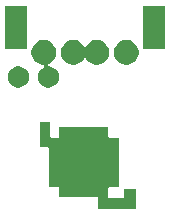
<source format=gbs>
G04 #@! TF.GenerationSoftware,KiCad,Pcbnew,(5.0.2)-1*
G04 #@! TF.CreationDate,2019-04-16T13:26:55-07:00*
G04 #@! TF.ProjectId,signet-pcb,7369676e-6574-42d7-9063-622e6b696361,rev?*
G04 #@! TF.SameCoordinates,Original*
G04 #@! TF.FileFunction,Soldermask,Bot*
G04 #@! TF.FilePolarity,Negative*
%FSLAX46Y46*%
G04 Gerber Fmt 4.6, Leading zero omitted, Abs format (unit mm)*
G04 Created by KiCad (PCBNEW (5.0.2)-1) date 4/16/2019 1:26:55 PM*
%MOMM*%
%LPD*%
G01*
G04 APERTURE LIST*
%ADD10C,0.150000*%
G04 APERTURE END LIST*
D10*
G36*
X107052860Y-91120000D02*
X107055262Y-91144386D01*
X107062375Y-91167835D01*
X107073926Y-91189446D01*
X107089472Y-91208388D01*
X107108414Y-91223934D01*
X107130025Y-91235485D01*
X107153474Y-91242598D01*
X107177860Y-91245000D01*
X107700000Y-91245000D01*
X107724386Y-91242598D01*
X107747835Y-91235485D01*
X107769446Y-91223934D01*
X107788388Y-91208388D01*
X107803934Y-91189446D01*
X107815485Y-91167835D01*
X107822598Y-91144386D01*
X107825000Y-91120000D01*
X107825000Y-90370000D01*
X111975000Y-90370000D01*
X111975000Y-91120000D01*
X111977402Y-91144386D01*
X111984515Y-91167835D01*
X111996066Y-91189446D01*
X112011612Y-91208388D01*
X112030554Y-91223934D01*
X112052165Y-91235485D01*
X112075614Y-91242598D01*
X112100000Y-91245000D01*
X112850000Y-91245000D01*
X112850000Y-95395000D01*
X112100000Y-95395000D01*
X112075614Y-95397402D01*
X112052165Y-95404515D01*
X112030554Y-95416066D01*
X112011612Y-95431612D01*
X111996066Y-95450554D01*
X111984515Y-95472165D01*
X111977402Y-95495614D01*
X111975000Y-95520000D01*
X111975000Y-96251320D01*
X111977402Y-96275706D01*
X111984515Y-96299155D01*
X111996066Y-96320766D01*
X112011612Y-96339708D01*
X112030554Y-96355254D01*
X112052165Y-96366805D01*
X112075614Y-96373918D01*
X112100000Y-96376320D01*
X113182520Y-96376320D01*
X113206906Y-96373918D01*
X113230355Y-96366805D01*
X113251966Y-96355254D01*
X113270908Y-96339708D01*
X113286454Y-96320766D01*
X113298005Y-96299155D01*
X113305118Y-96275706D01*
X113307520Y-96251320D01*
X113307520Y-95586320D01*
X114307520Y-95586320D01*
X114307520Y-97286320D01*
X113231262Y-97286320D01*
X113230355Y-97285835D01*
X113206906Y-97278722D01*
X113182520Y-97276320D01*
X111117520Y-97276320D01*
X111117520Y-96395000D01*
X111115118Y-96370614D01*
X111108005Y-96347165D01*
X111096454Y-96325554D01*
X111080908Y-96306612D01*
X111061966Y-96291066D01*
X111040355Y-96279515D01*
X111016906Y-96272402D01*
X110992520Y-96270000D01*
X107825000Y-96270000D01*
X107825000Y-95520000D01*
X107822598Y-95495614D01*
X107815485Y-95472165D01*
X107803934Y-95450554D01*
X107788388Y-95431612D01*
X107769446Y-95416066D01*
X107747835Y-95404515D01*
X107724386Y-95397402D01*
X107700000Y-95395000D01*
X106950000Y-95395000D01*
X106950000Y-92185200D01*
X106947598Y-92160814D01*
X106940485Y-92137365D01*
X106928934Y-92115754D01*
X106913388Y-92096812D01*
X106894446Y-92081266D01*
X106872835Y-92069715D01*
X106849386Y-92062602D01*
X106825000Y-92060200D01*
X106152860Y-92060200D01*
X106152860Y-89960200D01*
X107052860Y-89960200D01*
X107052860Y-91120000D01*
X107052860Y-91120000D01*
G37*
G36*
X104620041Y-85240906D02*
X104783829Y-85308749D01*
X104931240Y-85407246D01*
X105056594Y-85532600D01*
X105155091Y-85680011D01*
X105222934Y-85843799D01*
X105257520Y-86017676D01*
X105257520Y-86194964D01*
X105222934Y-86368841D01*
X105155091Y-86532629D01*
X105056594Y-86680040D01*
X104931240Y-86805394D01*
X104783829Y-86903891D01*
X104620041Y-86971734D01*
X104446164Y-87006320D01*
X104268876Y-87006320D01*
X104094999Y-86971734D01*
X103931211Y-86903891D01*
X103783800Y-86805394D01*
X103658446Y-86680040D01*
X103559949Y-86532629D01*
X103492106Y-86368841D01*
X103457520Y-86194964D01*
X103457520Y-86017676D01*
X103492106Y-85843799D01*
X103559949Y-85680011D01*
X103658446Y-85532600D01*
X103783800Y-85407246D01*
X103931211Y-85308749D01*
X104094999Y-85240906D01*
X104268876Y-85206320D01*
X104446164Y-85206320D01*
X104620041Y-85240906D01*
X104620041Y-85240906D01*
G37*
G36*
X106625888Y-82984470D02*
X106806274Y-83020350D01*
X106997362Y-83099502D01*
X107169336Y-83214411D01*
X107315589Y-83360664D01*
X107430498Y-83532638D01*
X107509650Y-83723726D01*
X107550000Y-83926584D01*
X107550000Y-84133416D01*
X107509650Y-84336274D01*
X107430498Y-84527362D01*
X107315589Y-84699336D01*
X107169336Y-84845589D01*
X106997362Y-84960498D01*
X106973491Y-84970386D01*
X106951887Y-84981933D01*
X106932945Y-84997479D01*
X106917399Y-85016421D01*
X106905848Y-85038031D01*
X106898735Y-85061481D01*
X106896333Y-85085867D01*
X106898735Y-85110253D01*
X106905848Y-85133702D01*
X106917399Y-85155313D01*
X106932945Y-85174255D01*
X106951887Y-85189801D01*
X106973497Y-85201352D01*
X106996947Y-85208465D01*
X107160041Y-85240906D01*
X107323829Y-85308749D01*
X107471240Y-85407246D01*
X107596594Y-85532600D01*
X107695091Y-85680011D01*
X107762934Y-85843799D01*
X107797520Y-86017676D01*
X107797520Y-86194964D01*
X107762934Y-86368841D01*
X107695091Y-86532629D01*
X107596594Y-86680040D01*
X107471240Y-86805394D01*
X107323829Y-86903891D01*
X107160041Y-86971734D01*
X106986164Y-87006320D01*
X106808876Y-87006320D01*
X106634999Y-86971734D01*
X106471211Y-86903891D01*
X106323800Y-86805394D01*
X106198446Y-86680040D01*
X106099949Y-86532629D01*
X106032106Y-86368841D01*
X105997520Y-86194964D01*
X105997520Y-86017676D01*
X106032106Y-85843799D01*
X106099949Y-85680011D01*
X106198446Y-85532600D01*
X106323800Y-85407246D01*
X106470934Y-85308934D01*
X106489876Y-85293388D01*
X106505422Y-85274446D01*
X106516973Y-85252835D01*
X106524086Y-85229386D01*
X106526488Y-85205000D01*
X106524086Y-85180614D01*
X106516973Y-85157165D01*
X106505422Y-85135554D01*
X106489876Y-85116612D01*
X106470934Y-85101066D01*
X106449323Y-85089515D01*
X106425874Y-85082402D01*
X106401488Y-85080000D01*
X106396583Y-85080000D01*
X106374112Y-85075530D01*
X106193726Y-85039650D01*
X106002638Y-84960498D01*
X105830664Y-84845589D01*
X105684411Y-84699336D01*
X105569502Y-84527362D01*
X105490350Y-84336274D01*
X105450000Y-84133416D01*
X105450000Y-83926584D01*
X105490350Y-83723726D01*
X105569502Y-83532638D01*
X105684411Y-83360664D01*
X105830664Y-83214411D01*
X106002638Y-83099502D01*
X106193726Y-83020350D01*
X106374112Y-82984470D01*
X106396583Y-82980000D01*
X106603417Y-82980000D01*
X106625888Y-82984470D01*
X106625888Y-82984470D01*
G37*
G36*
X109125888Y-82984470D02*
X109306274Y-83020350D01*
X109497362Y-83099502D01*
X109669336Y-83214411D01*
X109815589Y-83360664D01*
X109896071Y-83481114D01*
X109911612Y-83500050D01*
X109930554Y-83515596D01*
X109952164Y-83527147D01*
X109975614Y-83534260D01*
X110000000Y-83536662D01*
X110024386Y-83534260D01*
X110047835Y-83527147D01*
X110069446Y-83515596D01*
X110088388Y-83500050D01*
X110103929Y-83481114D01*
X110184411Y-83360664D01*
X110330664Y-83214411D01*
X110502638Y-83099502D01*
X110693726Y-83020350D01*
X110874112Y-82984470D01*
X110896583Y-82980000D01*
X111103417Y-82980000D01*
X111125888Y-82984470D01*
X111306274Y-83020350D01*
X111497362Y-83099502D01*
X111669336Y-83214411D01*
X111815589Y-83360664D01*
X111930498Y-83532638D01*
X112009650Y-83723726D01*
X112050000Y-83926584D01*
X112050000Y-84133416D01*
X112009650Y-84336274D01*
X111930498Y-84527362D01*
X111815589Y-84699336D01*
X111669336Y-84845589D01*
X111497362Y-84960498D01*
X111306274Y-85039650D01*
X111125888Y-85075530D01*
X111103417Y-85080000D01*
X110896583Y-85080000D01*
X110874112Y-85075530D01*
X110693726Y-85039650D01*
X110502638Y-84960498D01*
X110330664Y-84845589D01*
X110184411Y-84699336D01*
X110103929Y-84578886D01*
X110088388Y-84559950D01*
X110069446Y-84544404D01*
X110047836Y-84532853D01*
X110024386Y-84525740D01*
X110000000Y-84523338D01*
X109975614Y-84525740D01*
X109952165Y-84532853D01*
X109930554Y-84544404D01*
X109911612Y-84559950D01*
X109896071Y-84578886D01*
X109815589Y-84699336D01*
X109669336Y-84845589D01*
X109497362Y-84960498D01*
X109306274Y-85039650D01*
X109125888Y-85075530D01*
X109103417Y-85080000D01*
X108896583Y-85080000D01*
X108874112Y-85075530D01*
X108693726Y-85039650D01*
X108502638Y-84960498D01*
X108330664Y-84845589D01*
X108184411Y-84699336D01*
X108069502Y-84527362D01*
X107990350Y-84336274D01*
X107950000Y-84133416D01*
X107950000Y-83926584D01*
X107990350Y-83723726D01*
X108069502Y-83532638D01*
X108184411Y-83360664D01*
X108330664Y-83214411D01*
X108502638Y-83099502D01*
X108693726Y-83020350D01*
X108874112Y-82984470D01*
X108896583Y-82980000D01*
X109103417Y-82980000D01*
X109125888Y-82984470D01*
X109125888Y-82984470D01*
G37*
G36*
X113625888Y-82984470D02*
X113806274Y-83020350D01*
X113997362Y-83099502D01*
X114169336Y-83214411D01*
X114315589Y-83360664D01*
X114430498Y-83532638D01*
X114509650Y-83723726D01*
X114550000Y-83926584D01*
X114550000Y-84133416D01*
X114509650Y-84336274D01*
X114430498Y-84527362D01*
X114315589Y-84699336D01*
X114169336Y-84845589D01*
X113997362Y-84960498D01*
X113806274Y-85039650D01*
X113625888Y-85075530D01*
X113603417Y-85080000D01*
X113396583Y-85080000D01*
X113374112Y-85075530D01*
X113193726Y-85039650D01*
X113002638Y-84960498D01*
X112830664Y-84845589D01*
X112684411Y-84699336D01*
X112569502Y-84527362D01*
X112490350Y-84336274D01*
X112450000Y-84133416D01*
X112450000Y-83926584D01*
X112490350Y-83723726D01*
X112569502Y-83532638D01*
X112684411Y-83360664D01*
X112830664Y-83214411D01*
X113002638Y-83099502D01*
X113193726Y-83020350D01*
X113374112Y-82984470D01*
X113396583Y-82980000D01*
X113603417Y-82980000D01*
X113625888Y-82984470D01*
X113625888Y-82984470D01*
G37*
G36*
X116800000Y-83700000D02*
X114900000Y-83700000D01*
X114900000Y-80100000D01*
X116800000Y-80100000D01*
X116800000Y-83700000D01*
X116800000Y-83700000D01*
G37*
G36*
X105075000Y-83700000D02*
X103225000Y-83700000D01*
X103225000Y-80100000D01*
X105075000Y-80100000D01*
X105075000Y-83700000D01*
X105075000Y-83700000D01*
G37*
M02*

</source>
